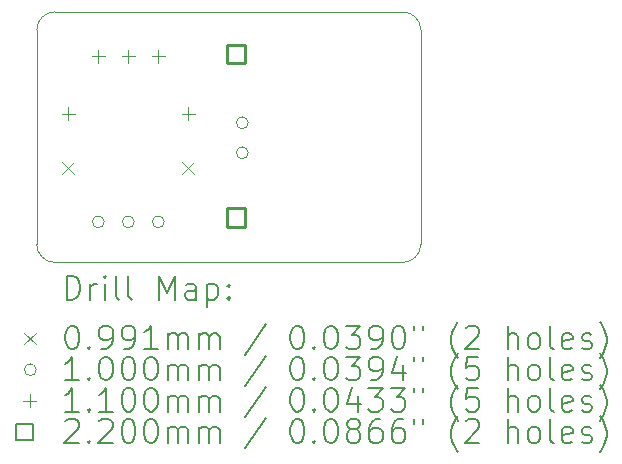
<source format=gbr>
%FSLAX45Y45*%
G04 Gerber Fmt 4.5, Leading zero omitted, Abs format (unit mm)*
G04 Created by KiCad (PCBNEW (6.0.1-0)) date 2022-06-21 09:38:59*
%MOMM*%
%LPD*%
G01*
G04 APERTURE LIST*
%TA.AperFunction,Profile*%
%ADD10C,0.100000*%
%TD*%
%ADD11C,0.200000*%
%ADD12C,0.099060*%
%ADD13C,0.100000*%
%ADD14C,0.110000*%
%ADD15C,0.220000*%
G04 APERTURE END LIST*
D10*
X9740900Y-5435600D02*
G75*
G03*
X9588500Y-5588000I0J-152400D01*
G01*
X12687300Y-5435600D02*
X9740900Y-5435600D01*
X9588500Y-7404100D02*
G75*
G03*
X9740900Y-7556500I152400J0D01*
G01*
X12839700Y-5588000D02*
G75*
G03*
X12687300Y-5435600I-152400J0D01*
G01*
X9588500Y-5588000D02*
X9588500Y-7404100D01*
X12839700Y-7404100D02*
X12839700Y-5588000D01*
X12687300Y-7556500D02*
G75*
G03*
X12839700Y-7404100I0J152400D01*
G01*
X9740900Y-7556500D02*
X12687300Y-7556500D01*
D11*
D12*
X9805670Y-6706870D02*
X9904730Y-6805930D01*
X9904730Y-6706870D02*
X9805670Y-6805930D01*
X10821670Y-6706870D02*
X10920730Y-6805930D01*
X10920730Y-6706870D02*
X10821670Y-6805930D01*
D13*
X10159200Y-7213600D02*
G75*
G03*
X10159200Y-7213600I-50000J0D01*
G01*
X10413200Y-7213600D02*
G75*
G03*
X10413200Y-7213600I-50000J0D01*
G01*
X10667200Y-7213600D02*
G75*
G03*
X10667200Y-7213600I-50000J0D01*
G01*
X11378400Y-6374900D02*
G75*
G03*
X11378400Y-6374900I-50000J0D01*
G01*
X11378400Y-6628900D02*
G75*
G03*
X11378400Y-6628900I-50000J0D01*
G01*
D14*
X9855200Y-6244200D02*
X9855200Y-6354200D01*
X9800200Y-6299200D02*
X9910200Y-6299200D01*
X10109200Y-5754500D02*
X10109200Y-5864500D01*
X10054200Y-5809500D02*
X10164200Y-5809500D01*
X10363200Y-5754500D02*
X10363200Y-5864500D01*
X10308200Y-5809500D02*
X10418200Y-5809500D01*
X10617200Y-5754500D02*
X10617200Y-5864500D01*
X10562200Y-5809500D02*
X10672200Y-5809500D01*
X10871200Y-6244200D02*
X10871200Y-6354200D01*
X10816200Y-6299200D02*
X10926200Y-6299200D01*
D15*
X11355382Y-5868982D02*
X11355382Y-5713417D01*
X11199817Y-5713417D01*
X11199817Y-5868982D01*
X11355382Y-5868982D01*
X11355382Y-7253282D02*
X11355382Y-7097717D01*
X11199817Y-7097717D01*
X11199817Y-7253282D01*
X11355382Y-7253282D01*
D11*
X9841119Y-7871976D02*
X9841119Y-7671976D01*
X9888738Y-7671976D01*
X9917310Y-7681500D01*
X9936357Y-7700548D01*
X9945881Y-7719595D01*
X9955405Y-7757690D01*
X9955405Y-7786262D01*
X9945881Y-7824357D01*
X9936357Y-7843405D01*
X9917310Y-7862452D01*
X9888738Y-7871976D01*
X9841119Y-7871976D01*
X10041119Y-7871976D02*
X10041119Y-7738643D01*
X10041119Y-7776738D02*
X10050643Y-7757690D01*
X10060167Y-7748167D01*
X10079214Y-7738643D01*
X10098262Y-7738643D01*
X10164929Y-7871976D02*
X10164929Y-7738643D01*
X10164929Y-7671976D02*
X10155405Y-7681500D01*
X10164929Y-7691024D01*
X10174452Y-7681500D01*
X10164929Y-7671976D01*
X10164929Y-7691024D01*
X10288738Y-7871976D02*
X10269690Y-7862452D01*
X10260167Y-7843405D01*
X10260167Y-7671976D01*
X10393500Y-7871976D02*
X10374452Y-7862452D01*
X10364929Y-7843405D01*
X10364929Y-7671976D01*
X10622071Y-7871976D02*
X10622071Y-7671976D01*
X10688738Y-7814833D01*
X10755405Y-7671976D01*
X10755405Y-7871976D01*
X10936357Y-7871976D02*
X10936357Y-7767214D01*
X10926833Y-7748167D01*
X10907786Y-7738643D01*
X10869690Y-7738643D01*
X10850643Y-7748167D01*
X10936357Y-7862452D02*
X10917310Y-7871976D01*
X10869690Y-7871976D01*
X10850643Y-7862452D01*
X10841119Y-7843405D01*
X10841119Y-7824357D01*
X10850643Y-7805309D01*
X10869690Y-7795786D01*
X10917310Y-7795786D01*
X10936357Y-7786262D01*
X11031595Y-7738643D02*
X11031595Y-7938643D01*
X11031595Y-7748167D02*
X11050643Y-7738643D01*
X11088738Y-7738643D01*
X11107786Y-7748167D01*
X11117310Y-7757690D01*
X11126833Y-7776738D01*
X11126833Y-7833881D01*
X11117310Y-7852928D01*
X11107786Y-7862452D01*
X11088738Y-7871976D01*
X11050643Y-7871976D01*
X11031595Y-7862452D01*
X11212548Y-7852928D02*
X11222071Y-7862452D01*
X11212548Y-7871976D01*
X11203024Y-7862452D01*
X11212548Y-7852928D01*
X11212548Y-7871976D01*
X11212548Y-7748167D02*
X11222071Y-7757690D01*
X11212548Y-7767214D01*
X11203024Y-7757690D01*
X11212548Y-7748167D01*
X11212548Y-7767214D01*
D12*
X9484440Y-8151970D02*
X9583500Y-8251030D01*
X9583500Y-8151970D02*
X9484440Y-8251030D01*
D11*
X9879214Y-8091976D02*
X9898262Y-8091976D01*
X9917310Y-8101500D01*
X9926833Y-8111024D01*
X9936357Y-8130071D01*
X9945881Y-8168167D01*
X9945881Y-8215786D01*
X9936357Y-8253881D01*
X9926833Y-8272928D01*
X9917310Y-8282452D01*
X9898262Y-8291976D01*
X9879214Y-8291976D01*
X9860167Y-8282452D01*
X9850643Y-8272928D01*
X9841119Y-8253881D01*
X9831595Y-8215786D01*
X9831595Y-8168167D01*
X9841119Y-8130071D01*
X9850643Y-8111024D01*
X9860167Y-8101500D01*
X9879214Y-8091976D01*
X10031595Y-8272928D02*
X10041119Y-8282452D01*
X10031595Y-8291976D01*
X10022071Y-8282452D01*
X10031595Y-8272928D01*
X10031595Y-8291976D01*
X10136357Y-8291976D02*
X10174452Y-8291976D01*
X10193500Y-8282452D01*
X10203024Y-8272928D01*
X10222071Y-8244357D01*
X10231595Y-8206262D01*
X10231595Y-8130071D01*
X10222071Y-8111024D01*
X10212548Y-8101500D01*
X10193500Y-8091976D01*
X10155405Y-8091976D01*
X10136357Y-8101500D01*
X10126833Y-8111024D01*
X10117310Y-8130071D01*
X10117310Y-8177690D01*
X10126833Y-8196738D01*
X10136357Y-8206262D01*
X10155405Y-8215786D01*
X10193500Y-8215786D01*
X10212548Y-8206262D01*
X10222071Y-8196738D01*
X10231595Y-8177690D01*
X10326833Y-8291976D02*
X10364929Y-8291976D01*
X10383976Y-8282452D01*
X10393500Y-8272928D01*
X10412548Y-8244357D01*
X10422071Y-8206262D01*
X10422071Y-8130071D01*
X10412548Y-8111024D01*
X10403024Y-8101500D01*
X10383976Y-8091976D01*
X10345881Y-8091976D01*
X10326833Y-8101500D01*
X10317310Y-8111024D01*
X10307786Y-8130071D01*
X10307786Y-8177690D01*
X10317310Y-8196738D01*
X10326833Y-8206262D01*
X10345881Y-8215786D01*
X10383976Y-8215786D01*
X10403024Y-8206262D01*
X10412548Y-8196738D01*
X10422071Y-8177690D01*
X10612548Y-8291976D02*
X10498262Y-8291976D01*
X10555405Y-8291976D02*
X10555405Y-8091976D01*
X10536357Y-8120548D01*
X10517310Y-8139595D01*
X10498262Y-8149119D01*
X10698262Y-8291976D02*
X10698262Y-8158643D01*
X10698262Y-8177690D02*
X10707786Y-8168167D01*
X10726833Y-8158643D01*
X10755405Y-8158643D01*
X10774452Y-8168167D01*
X10783976Y-8187214D01*
X10783976Y-8291976D01*
X10783976Y-8187214D02*
X10793500Y-8168167D01*
X10812548Y-8158643D01*
X10841119Y-8158643D01*
X10860167Y-8168167D01*
X10869690Y-8187214D01*
X10869690Y-8291976D01*
X10964929Y-8291976D02*
X10964929Y-8158643D01*
X10964929Y-8177690D02*
X10974452Y-8168167D01*
X10993500Y-8158643D01*
X11022071Y-8158643D01*
X11041119Y-8168167D01*
X11050643Y-8187214D01*
X11050643Y-8291976D01*
X11050643Y-8187214D02*
X11060167Y-8168167D01*
X11079214Y-8158643D01*
X11107786Y-8158643D01*
X11126833Y-8168167D01*
X11136357Y-8187214D01*
X11136357Y-8291976D01*
X11526833Y-8082452D02*
X11355405Y-8339595D01*
X11783976Y-8091976D02*
X11803024Y-8091976D01*
X11822071Y-8101500D01*
X11831595Y-8111024D01*
X11841119Y-8130071D01*
X11850643Y-8168167D01*
X11850643Y-8215786D01*
X11841119Y-8253881D01*
X11831595Y-8272928D01*
X11822071Y-8282452D01*
X11803024Y-8291976D01*
X11783976Y-8291976D01*
X11764928Y-8282452D01*
X11755405Y-8272928D01*
X11745881Y-8253881D01*
X11736357Y-8215786D01*
X11736357Y-8168167D01*
X11745881Y-8130071D01*
X11755405Y-8111024D01*
X11764928Y-8101500D01*
X11783976Y-8091976D01*
X11936357Y-8272928D02*
X11945881Y-8282452D01*
X11936357Y-8291976D01*
X11926833Y-8282452D01*
X11936357Y-8272928D01*
X11936357Y-8291976D01*
X12069690Y-8091976D02*
X12088738Y-8091976D01*
X12107786Y-8101500D01*
X12117309Y-8111024D01*
X12126833Y-8130071D01*
X12136357Y-8168167D01*
X12136357Y-8215786D01*
X12126833Y-8253881D01*
X12117309Y-8272928D01*
X12107786Y-8282452D01*
X12088738Y-8291976D01*
X12069690Y-8291976D01*
X12050643Y-8282452D01*
X12041119Y-8272928D01*
X12031595Y-8253881D01*
X12022071Y-8215786D01*
X12022071Y-8168167D01*
X12031595Y-8130071D01*
X12041119Y-8111024D01*
X12050643Y-8101500D01*
X12069690Y-8091976D01*
X12203024Y-8091976D02*
X12326833Y-8091976D01*
X12260167Y-8168167D01*
X12288738Y-8168167D01*
X12307786Y-8177690D01*
X12317309Y-8187214D01*
X12326833Y-8206262D01*
X12326833Y-8253881D01*
X12317309Y-8272928D01*
X12307786Y-8282452D01*
X12288738Y-8291976D01*
X12231595Y-8291976D01*
X12212548Y-8282452D01*
X12203024Y-8272928D01*
X12422071Y-8291976D02*
X12460167Y-8291976D01*
X12479214Y-8282452D01*
X12488738Y-8272928D01*
X12507786Y-8244357D01*
X12517309Y-8206262D01*
X12517309Y-8130071D01*
X12507786Y-8111024D01*
X12498262Y-8101500D01*
X12479214Y-8091976D01*
X12441119Y-8091976D01*
X12422071Y-8101500D01*
X12412548Y-8111024D01*
X12403024Y-8130071D01*
X12403024Y-8177690D01*
X12412548Y-8196738D01*
X12422071Y-8206262D01*
X12441119Y-8215786D01*
X12479214Y-8215786D01*
X12498262Y-8206262D01*
X12507786Y-8196738D01*
X12517309Y-8177690D01*
X12641119Y-8091976D02*
X12660167Y-8091976D01*
X12679214Y-8101500D01*
X12688738Y-8111024D01*
X12698262Y-8130071D01*
X12707786Y-8168167D01*
X12707786Y-8215786D01*
X12698262Y-8253881D01*
X12688738Y-8272928D01*
X12679214Y-8282452D01*
X12660167Y-8291976D01*
X12641119Y-8291976D01*
X12622071Y-8282452D01*
X12612548Y-8272928D01*
X12603024Y-8253881D01*
X12593500Y-8215786D01*
X12593500Y-8168167D01*
X12603024Y-8130071D01*
X12612548Y-8111024D01*
X12622071Y-8101500D01*
X12641119Y-8091976D01*
X12783976Y-8091976D02*
X12783976Y-8130071D01*
X12860167Y-8091976D02*
X12860167Y-8130071D01*
X13155405Y-8368167D02*
X13145881Y-8358643D01*
X13126833Y-8330071D01*
X13117309Y-8311024D01*
X13107786Y-8282452D01*
X13098262Y-8234833D01*
X13098262Y-8196738D01*
X13107786Y-8149119D01*
X13117309Y-8120548D01*
X13126833Y-8101500D01*
X13145881Y-8072928D01*
X13155405Y-8063405D01*
X13222071Y-8111024D02*
X13231595Y-8101500D01*
X13250643Y-8091976D01*
X13298262Y-8091976D01*
X13317309Y-8101500D01*
X13326833Y-8111024D01*
X13336357Y-8130071D01*
X13336357Y-8149119D01*
X13326833Y-8177690D01*
X13212548Y-8291976D01*
X13336357Y-8291976D01*
X13574452Y-8291976D02*
X13574452Y-8091976D01*
X13660167Y-8291976D02*
X13660167Y-8187214D01*
X13650643Y-8168167D01*
X13631595Y-8158643D01*
X13603024Y-8158643D01*
X13583976Y-8168167D01*
X13574452Y-8177690D01*
X13783976Y-8291976D02*
X13764928Y-8282452D01*
X13755405Y-8272928D01*
X13745881Y-8253881D01*
X13745881Y-8196738D01*
X13755405Y-8177690D01*
X13764928Y-8168167D01*
X13783976Y-8158643D01*
X13812548Y-8158643D01*
X13831595Y-8168167D01*
X13841119Y-8177690D01*
X13850643Y-8196738D01*
X13850643Y-8253881D01*
X13841119Y-8272928D01*
X13831595Y-8282452D01*
X13812548Y-8291976D01*
X13783976Y-8291976D01*
X13964928Y-8291976D02*
X13945881Y-8282452D01*
X13936357Y-8263405D01*
X13936357Y-8091976D01*
X14117309Y-8282452D02*
X14098262Y-8291976D01*
X14060167Y-8291976D01*
X14041119Y-8282452D01*
X14031595Y-8263405D01*
X14031595Y-8187214D01*
X14041119Y-8168167D01*
X14060167Y-8158643D01*
X14098262Y-8158643D01*
X14117309Y-8168167D01*
X14126833Y-8187214D01*
X14126833Y-8206262D01*
X14031595Y-8225309D01*
X14203024Y-8282452D02*
X14222071Y-8291976D01*
X14260167Y-8291976D01*
X14279214Y-8282452D01*
X14288738Y-8263405D01*
X14288738Y-8253881D01*
X14279214Y-8234833D01*
X14260167Y-8225309D01*
X14231595Y-8225309D01*
X14212548Y-8215786D01*
X14203024Y-8196738D01*
X14203024Y-8187214D01*
X14212548Y-8168167D01*
X14231595Y-8158643D01*
X14260167Y-8158643D01*
X14279214Y-8168167D01*
X14355405Y-8368167D02*
X14364928Y-8358643D01*
X14383976Y-8330071D01*
X14393500Y-8311024D01*
X14403024Y-8282452D01*
X14412548Y-8234833D01*
X14412548Y-8196738D01*
X14403024Y-8149119D01*
X14393500Y-8120548D01*
X14383976Y-8101500D01*
X14364928Y-8072928D01*
X14355405Y-8063405D01*
D13*
X9583500Y-8465500D02*
G75*
G03*
X9583500Y-8465500I-50000J0D01*
G01*
D11*
X9945881Y-8555976D02*
X9831595Y-8555976D01*
X9888738Y-8555976D02*
X9888738Y-8355976D01*
X9869690Y-8384548D01*
X9850643Y-8403595D01*
X9831595Y-8413119D01*
X10031595Y-8536929D02*
X10041119Y-8546452D01*
X10031595Y-8555976D01*
X10022071Y-8546452D01*
X10031595Y-8536929D01*
X10031595Y-8555976D01*
X10164929Y-8355976D02*
X10183976Y-8355976D01*
X10203024Y-8365500D01*
X10212548Y-8375024D01*
X10222071Y-8394071D01*
X10231595Y-8432167D01*
X10231595Y-8479786D01*
X10222071Y-8517881D01*
X10212548Y-8536929D01*
X10203024Y-8546452D01*
X10183976Y-8555976D01*
X10164929Y-8555976D01*
X10145881Y-8546452D01*
X10136357Y-8536929D01*
X10126833Y-8517881D01*
X10117310Y-8479786D01*
X10117310Y-8432167D01*
X10126833Y-8394071D01*
X10136357Y-8375024D01*
X10145881Y-8365500D01*
X10164929Y-8355976D01*
X10355405Y-8355976D02*
X10374452Y-8355976D01*
X10393500Y-8365500D01*
X10403024Y-8375024D01*
X10412548Y-8394071D01*
X10422071Y-8432167D01*
X10422071Y-8479786D01*
X10412548Y-8517881D01*
X10403024Y-8536929D01*
X10393500Y-8546452D01*
X10374452Y-8555976D01*
X10355405Y-8555976D01*
X10336357Y-8546452D01*
X10326833Y-8536929D01*
X10317310Y-8517881D01*
X10307786Y-8479786D01*
X10307786Y-8432167D01*
X10317310Y-8394071D01*
X10326833Y-8375024D01*
X10336357Y-8365500D01*
X10355405Y-8355976D01*
X10545881Y-8355976D02*
X10564929Y-8355976D01*
X10583976Y-8365500D01*
X10593500Y-8375024D01*
X10603024Y-8394071D01*
X10612548Y-8432167D01*
X10612548Y-8479786D01*
X10603024Y-8517881D01*
X10593500Y-8536929D01*
X10583976Y-8546452D01*
X10564929Y-8555976D01*
X10545881Y-8555976D01*
X10526833Y-8546452D01*
X10517310Y-8536929D01*
X10507786Y-8517881D01*
X10498262Y-8479786D01*
X10498262Y-8432167D01*
X10507786Y-8394071D01*
X10517310Y-8375024D01*
X10526833Y-8365500D01*
X10545881Y-8355976D01*
X10698262Y-8555976D02*
X10698262Y-8422643D01*
X10698262Y-8441690D02*
X10707786Y-8432167D01*
X10726833Y-8422643D01*
X10755405Y-8422643D01*
X10774452Y-8432167D01*
X10783976Y-8451214D01*
X10783976Y-8555976D01*
X10783976Y-8451214D02*
X10793500Y-8432167D01*
X10812548Y-8422643D01*
X10841119Y-8422643D01*
X10860167Y-8432167D01*
X10869690Y-8451214D01*
X10869690Y-8555976D01*
X10964929Y-8555976D02*
X10964929Y-8422643D01*
X10964929Y-8441690D02*
X10974452Y-8432167D01*
X10993500Y-8422643D01*
X11022071Y-8422643D01*
X11041119Y-8432167D01*
X11050643Y-8451214D01*
X11050643Y-8555976D01*
X11050643Y-8451214D02*
X11060167Y-8432167D01*
X11079214Y-8422643D01*
X11107786Y-8422643D01*
X11126833Y-8432167D01*
X11136357Y-8451214D01*
X11136357Y-8555976D01*
X11526833Y-8346452D02*
X11355405Y-8603595D01*
X11783976Y-8355976D02*
X11803024Y-8355976D01*
X11822071Y-8365500D01*
X11831595Y-8375024D01*
X11841119Y-8394071D01*
X11850643Y-8432167D01*
X11850643Y-8479786D01*
X11841119Y-8517881D01*
X11831595Y-8536929D01*
X11822071Y-8546452D01*
X11803024Y-8555976D01*
X11783976Y-8555976D01*
X11764928Y-8546452D01*
X11755405Y-8536929D01*
X11745881Y-8517881D01*
X11736357Y-8479786D01*
X11736357Y-8432167D01*
X11745881Y-8394071D01*
X11755405Y-8375024D01*
X11764928Y-8365500D01*
X11783976Y-8355976D01*
X11936357Y-8536929D02*
X11945881Y-8546452D01*
X11936357Y-8555976D01*
X11926833Y-8546452D01*
X11936357Y-8536929D01*
X11936357Y-8555976D01*
X12069690Y-8355976D02*
X12088738Y-8355976D01*
X12107786Y-8365500D01*
X12117309Y-8375024D01*
X12126833Y-8394071D01*
X12136357Y-8432167D01*
X12136357Y-8479786D01*
X12126833Y-8517881D01*
X12117309Y-8536929D01*
X12107786Y-8546452D01*
X12088738Y-8555976D01*
X12069690Y-8555976D01*
X12050643Y-8546452D01*
X12041119Y-8536929D01*
X12031595Y-8517881D01*
X12022071Y-8479786D01*
X12022071Y-8432167D01*
X12031595Y-8394071D01*
X12041119Y-8375024D01*
X12050643Y-8365500D01*
X12069690Y-8355976D01*
X12203024Y-8355976D02*
X12326833Y-8355976D01*
X12260167Y-8432167D01*
X12288738Y-8432167D01*
X12307786Y-8441690D01*
X12317309Y-8451214D01*
X12326833Y-8470262D01*
X12326833Y-8517881D01*
X12317309Y-8536929D01*
X12307786Y-8546452D01*
X12288738Y-8555976D01*
X12231595Y-8555976D01*
X12212548Y-8546452D01*
X12203024Y-8536929D01*
X12422071Y-8555976D02*
X12460167Y-8555976D01*
X12479214Y-8546452D01*
X12488738Y-8536929D01*
X12507786Y-8508357D01*
X12517309Y-8470262D01*
X12517309Y-8394071D01*
X12507786Y-8375024D01*
X12498262Y-8365500D01*
X12479214Y-8355976D01*
X12441119Y-8355976D01*
X12422071Y-8365500D01*
X12412548Y-8375024D01*
X12403024Y-8394071D01*
X12403024Y-8441690D01*
X12412548Y-8460738D01*
X12422071Y-8470262D01*
X12441119Y-8479786D01*
X12479214Y-8479786D01*
X12498262Y-8470262D01*
X12507786Y-8460738D01*
X12517309Y-8441690D01*
X12688738Y-8422643D02*
X12688738Y-8555976D01*
X12641119Y-8346452D02*
X12593500Y-8489310D01*
X12717309Y-8489310D01*
X12783976Y-8355976D02*
X12783976Y-8394071D01*
X12860167Y-8355976D02*
X12860167Y-8394071D01*
X13155405Y-8632167D02*
X13145881Y-8622643D01*
X13126833Y-8594071D01*
X13117309Y-8575024D01*
X13107786Y-8546452D01*
X13098262Y-8498833D01*
X13098262Y-8460738D01*
X13107786Y-8413119D01*
X13117309Y-8384548D01*
X13126833Y-8365500D01*
X13145881Y-8336928D01*
X13155405Y-8327405D01*
X13326833Y-8355976D02*
X13231595Y-8355976D01*
X13222071Y-8451214D01*
X13231595Y-8441690D01*
X13250643Y-8432167D01*
X13298262Y-8432167D01*
X13317309Y-8441690D01*
X13326833Y-8451214D01*
X13336357Y-8470262D01*
X13336357Y-8517881D01*
X13326833Y-8536929D01*
X13317309Y-8546452D01*
X13298262Y-8555976D01*
X13250643Y-8555976D01*
X13231595Y-8546452D01*
X13222071Y-8536929D01*
X13574452Y-8555976D02*
X13574452Y-8355976D01*
X13660167Y-8555976D02*
X13660167Y-8451214D01*
X13650643Y-8432167D01*
X13631595Y-8422643D01*
X13603024Y-8422643D01*
X13583976Y-8432167D01*
X13574452Y-8441690D01*
X13783976Y-8555976D02*
X13764928Y-8546452D01*
X13755405Y-8536929D01*
X13745881Y-8517881D01*
X13745881Y-8460738D01*
X13755405Y-8441690D01*
X13764928Y-8432167D01*
X13783976Y-8422643D01*
X13812548Y-8422643D01*
X13831595Y-8432167D01*
X13841119Y-8441690D01*
X13850643Y-8460738D01*
X13850643Y-8517881D01*
X13841119Y-8536929D01*
X13831595Y-8546452D01*
X13812548Y-8555976D01*
X13783976Y-8555976D01*
X13964928Y-8555976D02*
X13945881Y-8546452D01*
X13936357Y-8527405D01*
X13936357Y-8355976D01*
X14117309Y-8546452D02*
X14098262Y-8555976D01*
X14060167Y-8555976D01*
X14041119Y-8546452D01*
X14031595Y-8527405D01*
X14031595Y-8451214D01*
X14041119Y-8432167D01*
X14060167Y-8422643D01*
X14098262Y-8422643D01*
X14117309Y-8432167D01*
X14126833Y-8451214D01*
X14126833Y-8470262D01*
X14031595Y-8489310D01*
X14203024Y-8546452D02*
X14222071Y-8555976D01*
X14260167Y-8555976D01*
X14279214Y-8546452D01*
X14288738Y-8527405D01*
X14288738Y-8517881D01*
X14279214Y-8498833D01*
X14260167Y-8489310D01*
X14231595Y-8489310D01*
X14212548Y-8479786D01*
X14203024Y-8460738D01*
X14203024Y-8451214D01*
X14212548Y-8432167D01*
X14231595Y-8422643D01*
X14260167Y-8422643D01*
X14279214Y-8432167D01*
X14355405Y-8632167D02*
X14364928Y-8622643D01*
X14383976Y-8594071D01*
X14393500Y-8575024D01*
X14403024Y-8546452D01*
X14412548Y-8498833D01*
X14412548Y-8460738D01*
X14403024Y-8413119D01*
X14393500Y-8384548D01*
X14383976Y-8365500D01*
X14364928Y-8336928D01*
X14355405Y-8327405D01*
D14*
X9528500Y-8674500D02*
X9528500Y-8784500D01*
X9473500Y-8729500D02*
X9583500Y-8729500D01*
D11*
X9945881Y-8819976D02*
X9831595Y-8819976D01*
X9888738Y-8819976D02*
X9888738Y-8619976D01*
X9869690Y-8648548D01*
X9850643Y-8667595D01*
X9831595Y-8677119D01*
X10031595Y-8800929D02*
X10041119Y-8810452D01*
X10031595Y-8819976D01*
X10022071Y-8810452D01*
X10031595Y-8800929D01*
X10031595Y-8819976D01*
X10231595Y-8819976D02*
X10117310Y-8819976D01*
X10174452Y-8819976D02*
X10174452Y-8619976D01*
X10155405Y-8648548D01*
X10136357Y-8667595D01*
X10117310Y-8677119D01*
X10355405Y-8619976D02*
X10374452Y-8619976D01*
X10393500Y-8629500D01*
X10403024Y-8639024D01*
X10412548Y-8658071D01*
X10422071Y-8696167D01*
X10422071Y-8743786D01*
X10412548Y-8781881D01*
X10403024Y-8800929D01*
X10393500Y-8810452D01*
X10374452Y-8819976D01*
X10355405Y-8819976D01*
X10336357Y-8810452D01*
X10326833Y-8800929D01*
X10317310Y-8781881D01*
X10307786Y-8743786D01*
X10307786Y-8696167D01*
X10317310Y-8658071D01*
X10326833Y-8639024D01*
X10336357Y-8629500D01*
X10355405Y-8619976D01*
X10545881Y-8619976D02*
X10564929Y-8619976D01*
X10583976Y-8629500D01*
X10593500Y-8639024D01*
X10603024Y-8658071D01*
X10612548Y-8696167D01*
X10612548Y-8743786D01*
X10603024Y-8781881D01*
X10593500Y-8800929D01*
X10583976Y-8810452D01*
X10564929Y-8819976D01*
X10545881Y-8819976D01*
X10526833Y-8810452D01*
X10517310Y-8800929D01*
X10507786Y-8781881D01*
X10498262Y-8743786D01*
X10498262Y-8696167D01*
X10507786Y-8658071D01*
X10517310Y-8639024D01*
X10526833Y-8629500D01*
X10545881Y-8619976D01*
X10698262Y-8819976D02*
X10698262Y-8686643D01*
X10698262Y-8705690D02*
X10707786Y-8696167D01*
X10726833Y-8686643D01*
X10755405Y-8686643D01*
X10774452Y-8696167D01*
X10783976Y-8715214D01*
X10783976Y-8819976D01*
X10783976Y-8715214D02*
X10793500Y-8696167D01*
X10812548Y-8686643D01*
X10841119Y-8686643D01*
X10860167Y-8696167D01*
X10869690Y-8715214D01*
X10869690Y-8819976D01*
X10964929Y-8819976D02*
X10964929Y-8686643D01*
X10964929Y-8705690D02*
X10974452Y-8696167D01*
X10993500Y-8686643D01*
X11022071Y-8686643D01*
X11041119Y-8696167D01*
X11050643Y-8715214D01*
X11050643Y-8819976D01*
X11050643Y-8715214D02*
X11060167Y-8696167D01*
X11079214Y-8686643D01*
X11107786Y-8686643D01*
X11126833Y-8696167D01*
X11136357Y-8715214D01*
X11136357Y-8819976D01*
X11526833Y-8610452D02*
X11355405Y-8867595D01*
X11783976Y-8619976D02*
X11803024Y-8619976D01*
X11822071Y-8629500D01*
X11831595Y-8639024D01*
X11841119Y-8658071D01*
X11850643Y-8696167D01*
X11850643Y-8743786D01*
X11841119Y-8781881D01*
X11831595Y-8800929D01*
X11822071Y-8810452D01*
X11803024Y-8819976D01*
X11783976Y-8819976D01*
X11764928Y-8810452D01*
X11755405Y-8800929D01*
X11745881Y-8781881D01*
X11736357Y-8743786D01*
X11736357Y-8696167D01*
X11745881Y-8658071D01*
X11755405Y-8639024D01*
X11764928Y-8629500D01*
X11783976Y-8619976D01*
X11936357Y-8800929D02*
X11945881Y-8810452D01*
X11936357Y-8819976D01*
X11926833Y-8810452D01*
X11936357Y-8800929D01*
X11936357Y-8819976D01*
X12069690Y-8619976D02*
X12088738Y-8619976D01*
X12107786Y-8629500D01*
X12117309Y-8639024D01*
X12126833Y-8658071D01*
X12136357Y-8696167D01*
X12136357Y-8743786D01*
X12126833Y-8781881D01*
X12117309Y-8800929D01*
X12107786Y-8810452D01*
X12088738Y-8819976D01*
X12069690Y-8819976D01*
X12050643Y-8810452D01*
X12041119Y-8800929D01*
X12031595Y-8781881D01*
X12022071Y-8743786D01*
X12022071Y-8696167D01*
X12031595Y-8658071D01*
X12041119Y-8639024D01*
X12050643Y-8629500D01*
X12069690Y-8619976D01*
X12307786Y-8686643D02*
X12307786Y-8819976D01*
X12260167Y-8610452D02*
X12212548Y-8753310D01*
X12336357Y-8753310D01*
X12393500Y-8619976D02*
X12517309Y-8619976D01*
X12450643Y-8696167D01*
X12479214Y-8696167D01*
X12498262Y-8705690D01*
X12507786Y-8715214D01*
X12517309Y-8734262D01*
X12517309Y-8781881D01*
X12507786Y-8800929D01*
X12498262Y-8810452D01*
X12479214Y-8819976D01*
X12422071Y-8819976D01*
X12403024Y-8810452D01*
X12393500Y-8800929D01*
X12583976Y-8619976D02*
X12707786Y-8619976D01*
X12641119Y-8696167D01*
X12669690Y-8696167D01*
X12688738Y-8705690D01*
X12698262Y-8715214D01*
X12707786Y-8734262D01*
X12707786Y-8781881D01*
X12698262Y-8800929D01*
X12688738Y-8810452D01*
X12669690Y-8819976D01*
X12612548Y-8819976D01*
X12593500Y-8810452D01*
X12583976Y-8800929D01*
X12783976Y-8619976D02*
X12783976Y-8658071D01*
X12860167Y-8619976D02*
X12860167Y-8658071D01*
X13155405Y-8896167D02*
X13145881Y-8886643D01*
X13126833Y-8858071D01*
X13117309Y-8839024D01*
X13107786Y-8810452D01*
X13098262Y-8762833D01*
X13098262Y-8724738D01*
X13107786Y-8677119D01*
X13117309Y-8648548D01*
X13126833Y-8629500D01*
X13145881Y-8600929D01*
X13155405Y-8591405D01*
X13326833Y-8619976D02*
X13231595Y-8619976D01*
X13222071Y-8715214D01*
X13231595Y-8705690D01*
X13250643Y-8696167D01*
X13298262Y-8696167D01*
X13317309Y-8705690D01*
X13326833Y-8715214D01*
X13336357Y-8734262D01*
X13336357Y-8781881D01*
X13326833Y-8800929D01*
X13317309Y-8810452D01*
X13298262Y-8819976D01*
X13250643Y-8819976D01*
X13231595Y-8810452D01*
X13222071Y-8800929D01*
X13574452Y-8819976D02*
X13574452Y-8619976D01*
X13660167Y-8819976D02*
X13660167Y-8715214D01*
X13650643Y-8696167D01*
X13631595Y-8686643D01*
X13603024Y-8686643D01*
X13583976Y-8696167D01*
X13574452Y-8705690D01*
X13783976Y-8819976D02*
X13764928Y-8810452D01*
X13755405Y-8800929D01*
X13745881Y-8781881D01*
X13745881Y-8724738D01*
X13755405Y-8705690D01*
X13764928Y-8696167D01*
X13783976Y-8686643D01*
X13812548Y-8686643D01*
X13831595Y-8696167D01*
X13841119Y-8705690D01*
X13850643Y-8724738D01*
X13850643Y-8781881D01*
X13841119Y-8800929D01*
X13831595Y-8810452D01*
X13812548Y-8819976D01*
X13783976Y-8819976D01*
X13964928Y-8819976D02*
X13945881Y-8810452D01*
X13936357Y-8791405D01*
X13936357Y-8619976D01*
X14117309Y-8810452D02*
X14098262Y-8819976D01*
X14060167Y-8819976D01*
X14041119Y-8810452D01*
X14031595Y-8791405D01*
X14031595Y-8715214D01*
X14041119Y-8696167D01*
X14060167Y-8686643D01*
X14098262Y-8686643D01*
X14117309Y-8696167D01*
X14126833Y-8715214D01*
X14126833Y-8734262D01*
X14031595Y-8753310D01*
X14203024Y-8810452D02*
X14222071Y-8819976D01*
X14260167Y-8819976D01*
X14279214Y-8810452D01*
X14288738Y-8791405D01*
X14288738Y-8781881D01*
X14279214Y-8762833D01*
X14260167Y-8753310D01*
X14231595Y-8753310D01*
X14212548Y-8743786D01*
X14203024Y-8724738D01*
X14203024Y-8715214D01*
X14212548Y-8696167D01*
X14231595Y-8686643D01*
X14260167Y-8686643D01*
X14279214Y-8696167D01*
X14355405Y-8896167D02*
X14364928Y-8886643D01*
X14383976Y-8858071D01*
X14393500Y-8839024D01*
X14403024Y-8810452D01*
X14412548Y-8762833D01*
X14412548Y-8724738D01*
X14403024Y-8677119D01*
X14393500Y-8648548D01*
X14383976Y-8629500D01*
X14364928Y-8600929D01*
X14355405Y-8591405D01*
X9554211Y-9064211D02*
X9554211Y-8922789D01*
X9412789Y-8922789D01*
X9412789Y-9064211D01*
X9554211Y-9064211D01*
X9831595Y-8903024D02*
X9841119Y-8893500D01*
X9860167Y-8883976D01*
X9907786Y-8883976D01*
X9926833Y-8893500D01*
X9936357Y-8903024D01*
X9945881Y-8922071D01*
X9945881Y-8941119D01*
X9936357Y-8969690D01*
X9822071Y-9083976D01*
X9945881Y-9083976D01*
X10031595Y-9064929D02*
X10041119Y-9074452D01*
X10031595Y-9083976D01*
X10022071Y-9074452D01*
X10031595Y-9064929D01*
X10031595Y-9083976D01*
X10117310Y-8903024D02*
X10126833Y-8893500D01*
X10145881Y-8883976D01*
X10193500Y-8883976D01*
X10212548Y-8893500D01*
X10222071Y-8903024D01*
X10231595Y-8922071D01*
X10231595Y-8941119D01*
X10222071Y-8969690D01*
X10107786Y-9083976D01*
X10231595Y-9083976D01*
X10355405Y-8883976D02*
X10374452Y-8883976D01*
X10393500Y-8893500D01*
X10403024Y-8903024D01*
X10412548Y-8922071D01*
X10422071Y-8960167D01*
X10422071Y-9007786D01*
X10412548Y-9045881D01*
X10403024Y-9064929D01*
X10393500Y-9074452D01*
X10374452Y-9083976D01*
X10355405Y-9083976D01*
X10336357Y-9074452D01*
X10326833Y-9064929D01*
X10317310Y-9045881D01*
X10307786Y-9007786D01*
X10307786Y-8960167D01*
X10317310Y-8922071D01*
X10326833Y-8903024D01*
X10336357Y-8893500D01*
X10355405Y-8883976D01*
X10545881Y-8883976D02*
X10564929Y-8883976D01*
X10583976Y-8893500D01*
X10593500Y-8903024D01*
X10603024Y-8922071D01*
X10612548Y-8960167D01*
X10612548Y-9007786D01*
X10603024Y-9045881D01*
X10593500Y-9064929D01*
X10583976Y-9074452D01*
X10564929Y-9083976D01*
X10545881Y-9083976D01*
X10526833Y-9074452D01*
X10517310Y-9064929D01*
X10507786Y-9045881D01*
X10498262Y-9007786D01*
X10498262Y-8960167D01*
X10507786Y-8922071D01*
X10517310Y-8903024D01*
X10526833Y-8893500D01*
X10545881Y-8883976D01*
X10698262Y-9083976D02*
X10698262Y-8950643D01*
X10698262Y-8969690D02*
X10707786Y-8960167D01*
X10726833Y-8950643D01*
X10755405Y-8950643D01*
X10774452Y-8960167D01*
X10783976Y-8979214D01*
X10783976Y-9083976D01*
X10783976Y-8979214D02*
X10793500Y-8960167D01*
X10812548Y-8950643D01*
X10841119Y-8950643D01*
X10860167Y-8960167D01*
X10869690Y-8979214D01*
X10869690Y-9083976D01*
X10964929Y-9083976D02*
X10964929Y-8950643D01*
X10964929Y-8969690D02*
X10974452Y-8960167D01*
X10993500Y-8950643D01*
X11022071Y-8950643D01*
X11041119Y-8960167D01*
X11050643Y-8979214D01*
X11050643Y-9083976D01*
X11050643Y-8979214D02*
X11060167Y-8960167D01*
X11079214Y-8950643D01*
X11107786Y-8950643D01*
X11126833Y-8960167D01*
X11136357Y-8979214D01*
X11136357Y-9083976D01*
X11526833Y-8874452D02*
X11355405Y-9131595D01*
X11783976Y-8883976D02*
X11803024Y-8883976D01*
X11822071Y-8893500D01*
X11831595Y-8903024D01*
X11841119Y-8922071D01*
X11850643Y-8960167D01*
X11850643Y-9007786D01*
X11841119Y-9045881D01*
X11831595Y-9064929D01*
X11822071Y-9074452D01*
X11803024Y-9083976D01*
X11783976Y-9083976D01*
X11764928Y-9074452D01*
X11755405Y-9064929D01*
X11745881Y-9045881D01*
X11736357Y-9007786D01*
X11736357Y-8960167D01*
X11745881Y-8922071D01*
X11755405Y-8903024D01*
X11764928Y-8893500D01*
X11783976Y-8883976D01*
X11936357Y-9064929D02*
X11945881Y-9074452D01*
X11936357Y-9083976D01*
X11926833Y-9074452D01*
X11936357Y-9064929D01*
X11936357Y-9083976D01*
X12069690Y-8883976D02*
X12088738Y-8883976D01*
X12107786Y-8893500D01*
X12117309Y-8903024D01*
X12126833Y-8922071D01*
X12136357Y-8960167D01*
X12136357Y-9007786D01*
X12126833Y-9045881D01*
X12117309Y-9064929D01*
X12107786Y-9074452D01*
X12088738Y-9083976D01*
X12069690Y-9083976D01*
X12050643Y-9074452D01*
X12041119Y-9064929D01*
X12031595Y-9045881D01*
X12022071Y-9007786D01*
X12022071Y-8960167D01*
X12031595Y-8922071D01*
X12041119Y-8903024D01*
X12050643Y-8893500D01*
X12069690Y-8883976D01*
X12250643Y-8969690D02*
X12231595Y-8960167D01*
X12222071Y-8950643D01*
X12212548Y-8931595D01*
X12212548Y-8922071D01*
X12222071Y-8903024D01*
X12231595Y-8893500D01*
X12250643Y-8883976D01*
X12288738Y-8883976D01*
X12307786Y-8893500D01*
X12317309Y-8903024D01*
X12326833Y-8922071D01*
X12326833Y-8931595D01*
X12317309Y-8950643D01*
X12307786Y-8960167D01*
X12288738Y-8969690D01*
X12250643Y-8969690D01*
X12231595Y-8979214D01*
X12222071Y-8988738D01*
X12212548Y-9007786D01*
X12212548Y-9045881D01*
X12222071Y-9064929D01*
X12231595Y-9074452D01*
X12250643Y-9083976D01*
X12288738Y-9083976D01*
X12307786Y-9074452D01*
X12317309Y-9064929D01*
X12326833Y-9045881D01*
X12326833Y-9007786D01*
X12317309Y-8988738D01*
X12307786Y-8979214D01*
X12288738Y-8969690D01*
X12498262Y-8883976D02*
X12460167Y-8883976D01*
X12441119Y-8893500D01*
X12431595Y-8903024D01*
X12412548Y-8931595D01*
X12403024Y-8969690D01*
X12403024Y-9045881D01*
X12412548Y-9064929D01*
X12422071Y-9074452D01*
X12441119Y-9083976D01*
X12479214Y-9083976D01*
X12498262Y-9074452D01*
X12507786Y-9064929D01*
X12517309Y-9045881D01*
X12517309Y-8998262D01*
X12507786Y-8979214D01*
X12498262Y-8969690D01*
X12479214Y-8960167D01*
X12441119Y-8960167D01*
X12422071Y-8969690D01*
X12412548Y-8979214D01*
X12403024Y-8998262D01*
X12688738Y-8883976D02*
X12650643Y-8883976D01*
X12631595Y-8893500D01*
X12622071Y-8903024D01*
X12603024Y-8931595D01*
X12593500Y-8969690D01*
X12593500Y-9045881D01*
X12603024Y-9064929D01*
X12612548Y-9074452D01*
X12631595Y-9083976D01*
X12669690Y-9083976D01*
X12688738Y-9074452D01*
X12698262Y-9064929D01*
X12707786Y-9045881D01*
X12707786Y-8998262D01*
X12698262Y-8979214D01*
X12688738Y-8969690D01*
X12669690Y-8960167D01*
X12631595Y-8960167D01*
X12612548Y-8969690D01*
X12603024Y-8979214D01*
X12593500Y-8998262D01*
X12783976Y-8883976D02*
X12783976Y-8922071D01*
X12860167Y-8883976D02*
X12860167Y-8922071D01*
X13155405Y-9160167D02*
X13145881Y-9150643D01*
X13126833Y-9122071D01*
X13117309Y-9103024D01*
X13107786Y-9074452D01*
X13098262Y-9026833D01*
X13098262Y-8988738D01*
X13107786Y-8941119D01*
X13117309Y-8912548D01*
X13126833Y-8893500D01*
X13145881Y-8864929D01*
X13155405Y-8855405D01*
X13222071Y-8903024D02*
X13231595Y-8893500D01*
X13250643Y-8883976D01*
X13298262Y-8883976D01*
X13317309Y-8893500D01*
X13326833Y-8903024D01*
X13336357Y-8922071D01*
X13336357Y-8941119D01*
X13326833Y-8969690D01*
X13212548Y-9083976D01*
X13336357Y-9083976D01*
X13574452Y-9083976D02*
X13574452Y-8883976D01*
X13660167Y-9083976D02*
X13660167Y-8979214D01*
X13650643Y-8960167D01*
X13631595Y-8950643D01*
X13603024Y-8950643D01*
X13583976Y-8960167D01*
X13574452Y-8969690D01*
X13783976Y-9083976D02*
X13764928Y-9074452D01*
X13755405Y-9064929D01*
X13745881Y-9045881D01*
X13745881Y-8988738D01*
X13755405Y-8969690D01*
X13764928Y-8960167D01*
X13783976Y-8950643D01*
X13812548Y-8950643D01*
X13831595Y-8960167D01*
X13841119Y-8969690D01*
X13850643Y-8988738D01*
X13850643Y-9045881D01*
X13841119Y-9064929D01*
X13831595Y-9074452D01*
X13812548Y-9083976D01*
X13783976Y-9083976D01*
X13964928Y-9083976D02*
X13945881Y-9074452D01*
X13936357Y-9055405D01*
X13936357Y-8883976D01*
X14117309Y-9074452D02*
X14098262Y-9083976D01*
X14060167Y-9083976D01*
X14041119Y-9074452D01*
X14031595Y-9055405D01*
X14031595Y-8979214D01*
X14041119Y-8960167D01*
X14060167Y-8950643D01*
X14098262Y-8950643D01*
X14117309Y-8960167D01*
X14126833Y-8979214D01*
X14126833Y-8998262D01*
X14031595Y-9017310D01*
X14203024Y-9074452D02*
X14222071Y-9083976D01*
X14260167Y-9083976D01*
X14279214Y-9074452D01*
X14288738Y-9055405D01*
X14288738Y-9045881D01*
X14279214Y-9026833D01*
X14260167Y-9017310D01*
X14231595Y-9017310D01*
X14212548Y-9007786D01*
X14203024Y-8988738D01*
X14203024Y-8979214D01*
X14212548Y-8960167D01*
X14231595Y-8950643D01*
X14260167Y-8950643D01*
X14279214Y-8960167D01*
X14355405Y-9160167D02*
X14364928Y-9150643D01*
X14383976Y-9122071D01*
X14393500Y-9103024D01*
X14403024Y-9074452D01*
X14412548Y-9026833D01*
X14412548Y-8988738D01*
X14403024Y-8941119D01*
X14393500Y-8912548D01*
X14383976Y-8893500D01*
X14364928Y-8864929D01*
X14355405Y-8855405D01*
M02*

</source>
